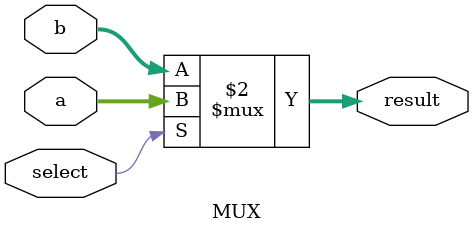
<source format=v>
module MUX(
            input[63:0] a, b,
            input select,
            output[63:0] result); // output 

assign result = select == 1'b1 ? a: b;
endmodule
</source>
